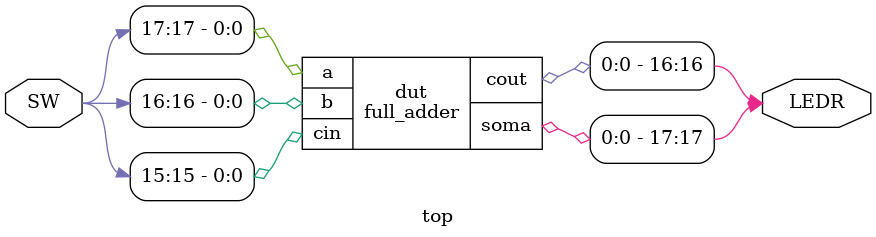
<source format=v>

module half_adder (a, b, s, c);
input a,b;
output s,c;

assign s = a ^ b;
assign c = a & b;

endmodule

//A partir do hal-adder que é possível criar um full adder

//Possui 3 entradas: a, b e um Carry In, que são somadas
//Duas saídas: S e Carry Out
//Novamente a soma é o resultado de um OU exclusivo
//Já o carry out vai ser um OU 

module full_adder (a, b, cin, soma, cout);

input a, b, cin;
output soma, cout;
wire carry1, carry2, soma1, soma2;


half_adder u1 (a, b, soma1,carry1);
half_adder u2 (cin, soma1, soma2, carry2);

assign soma = soma2;
assign cout = carry1 | carry2;

endmodule

module top(
	input [17:0] SW,
	output [17:0] LEDR
	);
		
	full_adder dut(SW[17], SW[16], SW[15], LEDR[17], LEDR[16]);

endmodule	

//Injetar sequencias de sinais para cobrir todos os casos da tabela verdade 
//Poderia também fazer um full adder com 10 NANDS
</source>
